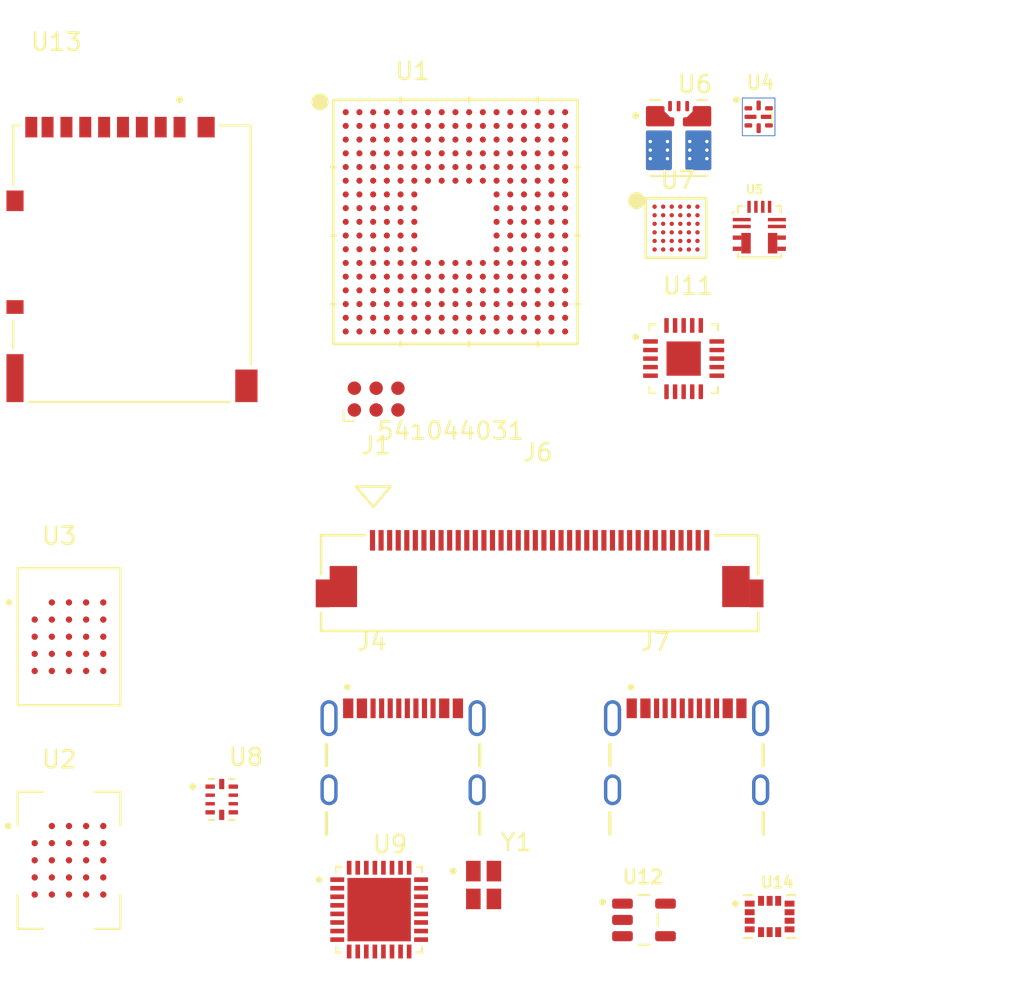
<source format=kicad_pcb>
(kicad_pcb (version 20241229) (generator "pcbnew") (generator_version "9.0")
  (layers (0 "F.Cu" signal) (2 "B.Cu" signal) (13 "F.Paste" user) (15 "B.Paste" user) (5 "F.SilkS" user "F.Silkscreen") (7 "B.SilkS" user "B.Silkscreen") (1 "F.Mask" user) (3 "B.Mask" user) (25 "Edge.Cuts" user))
  (net 0 "")
  (net 1 "GND")
  (net 3 "/MCU/SWDIO")
  (net 4 "/MCU/NRST")
  (net 5 "3V3")
  (net 6 "/MCU/SWCLK")
  (net 8 "/LCD/LCD.G2")
  (net 9 "/LCD/LCD.B3")
  (net 10 "/LCD/LCD.G4")
  (net 11 "/ESP32/USB.DP")
  (net 12 "/LCD/LCD.G5")
  (net 13 "/LCD/LCD.HSYNC")
  (net 14 "/LCD/LCD.G0")
  (net 15 "/ESP32/USB.DN")
  (net 16 "/LCD/LCD.R1")
  (net 17 "/LCD/LCD.R4")
  (net 18 "/LCD/LCD.R5")
  (net 19 "/LCD/LCD.B2")
  (net 20 "/LCD/LCD.B1")
  (net 21 "/LCD/LCD.B0")
  (net 22 "/LCD/LCD.DE")
  (net 23 "/LCD/LCD.G1")
  (net 24 "/LCD/LCD.CLK")
  (net 25 "/LCD/LCD.B6")
  (net 26 "/LCD/LCD.G7")
  (net 27 "/LCD/LCD.R3")
  (net 28 "/LCD/LCD.B5")
  (net 29 "/LCD/LCD.G3")
  (net 30 "BACKLIGHT_P")
  (net 31 "/LCD/LCD.R0")
  (net 32 "/LCD/LCD.B4")
  (net 33 "/LCD/LCD.VSYNC")
  (net 34 "/LCD/LCD.B7")
  (net 35 "/LCD/LCD.R2")
  (net 36 "/LCD/LCD.G6")
  (net 37 "/LCD/LCD.R7")
  (net 38 "/LCD/LCD.R6")
  (net 40 "/LCD/LCD.EN")
  (net 41 "Net-(J4-CC1)")
  (net 42 "BACKLIGHT_N")
  (net 43 "Net-(J4-CC2)")
  (net 49 "/Power/CC1")
  (net 50 "/USB Switch/USB_UP.DN")
  (net 52 "/Power/CC2")
  (net 54 "/USB Switch/USB_UP.DP")
  (net 56 "/Buttons/BUTTONS.B1")
  (net 57 "Net-(U1J-PO4)")
  (net 58 "Net-(U1K-OTG1_TXRTUNE)")
  (net 60 "/MCU/I2C4.SDA")
  (net 61 "/MCU/PMIC_ALERT")
  (net 63 "/MCU/SD.CLK")
  (net 64 "/Audio/I2S.BCK")
  (net 66 "Net-(U1I-PN1)")
  (net 68 "/MCU/SD.DETECT")
  (net 69 "/Buttons/BUTTONS.B15")
  (net 70 "/Buttons/BUTTONS.B11")
  (net 71 "/Buttons/BUTTONS.B6")
  (net 72 "Net-(U1K-VBAT)")
  (net 74 "VDDIO5")
  (net 75 "VDDCORE")
  (net 76 "VDDA33USB")
  (net 78 "VDDA18ADC")
  (net 79 "1V8")
  (net 83 "Net-(U1L-PP1)")
  (net 84 "/ESP32/ESP32_GPIO.9")
  (net 85 "/ESP32/ESP32_UART.TX")
  (net 86 "VDDIO3")
  (net 87 "Net-(L1-Pad1)")
  (net 88 "Net-(U1I-PN0)")
  (net 90 "Net-(U1J-PO0)")
  (net 91 "/MCU/PMIC_INPUT_VALID")
  (net 92 "/Buttons/BUTTONS.B0")
  (net 93 "Net-(U1I-PN9)")
  (net 95 "/MCU/PMIC_STATUS")
  (net 96 "VDDIO2")
  (net 97 "Net-(U1L-PP7)")
  (net 101 "Net-(U1L-PP2)")
  (net 103 "/Buttons/BUTTONS.B10")
  (net 104 "/Buttons/BUTTONS.B2")
  (net 105 "/MCU/DEBUG_UART.RX")
  (net 107 "Net-(U1I-PN2)")
  (net 108 "/MCU/I2C4.SCL")
  (net 111 "/Buttons/BUTTONS.B12")
  (net 112 "/ESP32/ESP32_GPIO.3")
  (net 114 "/Buttons/BUTTONS.B7")
  (net 115 "Net-(U1I-PN6)")
  (net 117 "/MCU/SD.CMD")
  (net 118 "VDDSMPS")
  (net 119 "Net-(U1L-PP14)")
  (net 121 "/MCU/RIGHT_MOTOR_PWM")
  (net 122 "VDDA18AON")
  (net 124 "/Buttons/BUTTONS.B3")
  (net 125 "VDDCSI")
  (net 129 "/ESP32/ESP32_GPIO.8")
  (net 130 "/MCU/SD.D0")
  (net 132 "/Buttons/BUTTONS.B8")
  (net 134 "/MCU/USB_CC2")
  (net 137 "Net-(U1I-PN4)")
  (net 138 "VDDA18CSI")
  (net 139 "/Flash/FLASH_OCTOSPI.RESET_N")
  (net 140 "/ESP32/ESP32_GPIO.2")
  (net 141 "/MCU/USB.DM")
  (net 142 "Net-(U1I-PN5)")
  (net 143 "Net-(U1L-PP15)")
  (net 146 "Net-(U1L-PP12)")
  (net 148 "Net-(U1L-PP10)")
  (net 150 "Net-(U1L-PP11)")
  (net 151 "Net-(U1L-PP6)")
  (net 152 "/Audio/I2C.SDA")
  (net 155 "Net-(U1J-PO2)")
  (net 156 "/Buttons/BUTTONS.B13")
  (net 158 "/MCU/USB.DP")
  (net 160 "/Audio/I2S.LRCK")
  (net 161 "/Buttons/BUTTONS.B5")
  (net 162 "Net-(U1I-PN8)")
  (net 163 "/Audio/I2S.DACDAT")
  (net 165 "VDDIO4")
  (net 166 "Net-(U1L-PP8)")
  (net 167 "/MCU/BOOT0")
  (net 168 "/Buttons/BUTTONS.B14")
  (net 169 "/MCU/USB_CC1")
  (net 171 "Net-(U1I-PN3)")
  (net 172 "/MCU/SD.D2")
  (net 173 "/ESP32/ESP32_UART.RX")
  (net 175 "Net-(U1I-PN10)")
  (net 182 "/MCU/DEBUG_UART.TX")
  (net 183 "Net-(U1I-PN11)")
  (net 184 "/Audio/I2C.SCL")
  (net 185 "/Buttons/BUTTONS.B9")
  (net 187 "VDDA18PMU")
  (net 189 "/MCU/PMIC_CHARGE_EN")
  (net 190 "Net-(U1L-PP5)")
  (net 191 "Net-(U1L-PP9)")
  (net 196 "/MCU/ESP32_EN")
  (net 197 "/Audio/I2S.MCLK")
  (net 198 "/MCU/SD.D1")
  (net 200 "/MCU/BACKLIGHT_PWM")
  (net 201 "Net-(U1L-PP0)")
  (net 202 "VREF")
  (net 206 "/Buttons/BUTTONS.B4")
  (net 209 "Net-(U1J-PO3)")
  (net 212 "VDDA18PLL")
  (net 214 "/MCU/LEFT_MOTOR_PWM")
  (net 216 "/MCU/SD.D3")
  (net 217 "VDDA18USB")
  (net 219 "Net-(U1L-PP13)")
  (net 222 "V08CAP")
  (net 223 "Net-(U1L-PP4)")
  (net 226 "Net-(U1L-PP3)")
  (net 229 "/MCU/RAM_HEXASPI.D9")
  (net 230 "/MCU/RAM_HEXASPI.D13")
  (net 231 "/MCU/RAM_HEXASPI.CLK")
  (net 232 "/MCU/RAM_HEXASPI.D4")
  (net 233 "/MCU/RAM_HEXASPI.D12")
  (net 234 "/MCU/RAM_HEXASPI.D2")
  (net 235 "/MCU/RAM_HEXASPI.D3")
  (net 236 "/MCU/RAM_HEXASPI.D6")
  (net 237 "/MCU/RAM_HEXASPI.D8")
  (net 238 "/MCU/RAM_HEXASPI.D1")
  (net 239 "/MCU/RAM_HEXASPI.CS_N")
  (net 240 "/MCU/RAM_HEXASPI.D0")
  (net 241 "/MCU/RAM_HEXASPI.D7")
  (net 242 "/MCU/RAM_HEXASPI.D11")
  (net 243 "/MCU/RAM_HEXASPI.D14")
  (net 244 "/MCU/RAM_HEXASPI.DQS0")
  (net 245 "/MCU/RAM_HEXASPI.DQS1")
  (net 246 "/MCU/RAM_HEXASPI.D10")
  (net 247 "/MCU/RAM_HEXASPI.D15")
  (net 248 "/MCU/RAM_HEXASPI.D5")
  (net 251 "/Flash/SIO6")
  (net 252 "Net-(U3-ECS#)")
  (net 254 "/Flash/SIO3")
  (net 255 "/Flash/RESET_N")
  (net 256 "/Flash/DQS")
  (net 257 "/Flash/SIO0")
  (net 258 "/Flash/SIO7")
  (net 259 "/Flash/SIO2")
  (net 260 "/Flash/SIO4")
  (net 261 "/Flash/SIO1")
  (net 262 "/Flash/CS_N")
  (net 264 "/Flash/SCLK")
  (net 265 "/Flash/SIO5")
  (net 267 "VSYS_IN")
  (net 268 "VSYS")
  (net 269 "Net-(SW1-A)")
  (net 270 "/Power/SYS_PGOOD")
  (net 271 "Net-(U4-CT)")
  (net 272 "Net-(U4-QOD)")
  (net 279 "VBUS")
  (net 280 "/Power/USB.DN")
  (net 281 "Net-(J3-Pin_2)")
  (net 282 "Net-(U7-VCHG)")
  (net 283 "Net-(U7-ICHG)")
  (net 284 "Net-(C72-Pad1)")
  (net 285 "Net-(C67-Pad2)")
  (net 286 "Net-(U7-CSP)")
  (net 287 "VBAT")
  (net 288 "Net-(U7-VDD)")
  (net 289 "Net-(U7-PVL)")
  (net 290 "/Power/USB.DP")
  (net 291 "Net-(U7-BST)")
  (net 292 "/Power/DATAMUX")
  (net 293 "/USB Switch/USB_DOWN_1.DP")
  (net 294 "/USB Switch/USB_DOWN_1.DN")
  (net 295 "Net-(C77-Pad1)")
  (net 300 "/ESP32/DEBUG_UART.TX")
  (net 301 "Net-(U9-XTAL_P)")
  (net 302 "Net-(U9-VDDPST1)")
  (net 303 "Net-(U9-XTAL_N)")
  (net 304 "/ESP32/DEBUG_UART.RX")
  (net 306 "/ESP32/JTAG.MTDO")
  (net 307 "Net-(U9-ANT)")
  (net 308 "/ESP32/JTAG.MTCK")
  (net 309 "/ESP32/JTAG.MTMS")
  (net 311 "/ESP32/JTAG.MTDI")
  (net 314 "Net-(U11-SPK_LN)")
  (net 315 "Net-(U11-VREF)")
  (net 316 "Net-(U11-SPK_LP)")
  (net 317 "Net-(U11-SPK_RN)")
  (net 318 "Net-(U11-SPK_RP)")
  (net 319 "/MCU/MOTOR_PWR_EN")
  (net 320 "Net-(M1-+)")
  (net 326 "Net-(C83-Pad1)")
  (footprint "footprint-library:MAX77972EWX+T" (layer "F.Cu") (at 157.570001 71.2731)
    (property "Reference" "U7")
    (property "Value" "MAX77972EWX+T")
  )
  (footprint "footprint-library:ESP32-C6FH4" (layer "F.Cu") (at 140.25 111.055)
    (property "Reference" "U9")
    (property "Value" "ESP32-C6FH4")
  )
  (footprint "footprint-library:TLV74330PDBVR" (layer "F.Cu") (at 155.7 111.655)
    (property "Reference" "U12")
    (property "Value" "TLV74330PDBVR")
  )
  (footprint "footprint-library:TS3USB221ARSER" (layer "F.Cu") (at 131.065 104.625)
    (property "Reference" "U8")
    (property "Value" "TS3USB221ARSER")
  )
  (footprint "footprint-library:DM3AT-SF-PEJM5" (layer "F.Cu") (at 125.83 73.355)
    (property "Reference" "U13")
    (property "Value" "DM3AT-SF-PEJM5")
  )
  (footprint "footprint-library:USB4105-GF-A" (layer "F.Cu") (at 141.645 104.06)
    (property "Reference" "J4")
    (property "Value" "USB4105-GF-A")
  )
  (footprint "footprint-library:MX25UM25645GXDI00" (layer "F.Cu") (at 122.155 95.125)
    (property "Reference" "U3")
    (property "Value" "MX25UM25645GXDI00")
  )
  (footprint "footprint-library:LSM6DSO32TR" (layer "F.Cu") (at 163.03 111.455)
    (property "Reference" "U14")
    (property "Value" "LSM6DSO32TR")
  )
  (footprint "Connector:Tag-Connect_TC2030-IDC-NL_2x03_P1.27mm_Vertical" (layer "F.Cu") (at 140.075 81.255)
    (property "Reference" "J1")
    (property "Value" "TC2030")
  )
  (footprint "footprint-library:TPS22992RXPR" (layer "F.Cu") (at 162.39 64.78)
    (property "Reference" "U4")
    (property "Value" "TPS22992RXPR")
  )
  (footprint "footprint-library:USB4105-GF-A" (layer "F.Cu") (at 158.185 104.06)
    (property "Reference" "J7")
    (property "Value" "USB4105-GF-A")
  )
  (footprint "footprint-library:Molex 54104-4031" (layer "F.Cu") (at 149.6127 91.995)
    (property "Reference" "J6")
    (property "Value" "NHD-4.3-480272EF-ASXP (Molex 54104-4031)")
  )
  (footprint "footprint-library:TPSM863253RDXR" (layer "F.Cu") (at 157.72 66.055)
    (property "Reference" "U6")
    (property "Value" "TPSM863253RDXR")
  )
  (footprint "footprint-library:XTAL_ABM10W-40.0000MHZ-8-B1U-T3" (layer "F.Cu") (at 146.345 109.618)
    (property "Reference" "Y1")
    (property "Value" "ABM10W-40.0000MHZ-8-B1U-T3")
  )
  (footprint "footprint-library:APS256XXN-OBR-BG" (layer "F.Cu") (at 122.155 108.175)
    (property "Reference" "U2")
    (property "Value" "APS256XXN-OBR-BG")
  )
  (footprint "footprint-library:MPM3805GQB-18-Z" (layer "F.Cu") (at 162.43 71.48)
    (property "Reference" "U5")
    (property "Value" "MPM3805GQB-18-Z")
  )
  (footprint "footprint-library:STM32N645A0HxQ" (layer "F.Cu") (at 144.700001 70.9079)
    (property "Reference" "U1")
    (property "Value" "STM32N657X0HxQ")
  )
  (footprint "footprint-library:NAU8325YG" (layer "F.Cu") (at 158.015 78.89)
    (property "Reference" "U11")
    (property "Value" "NAU8325YG")
  )
)
</source>
